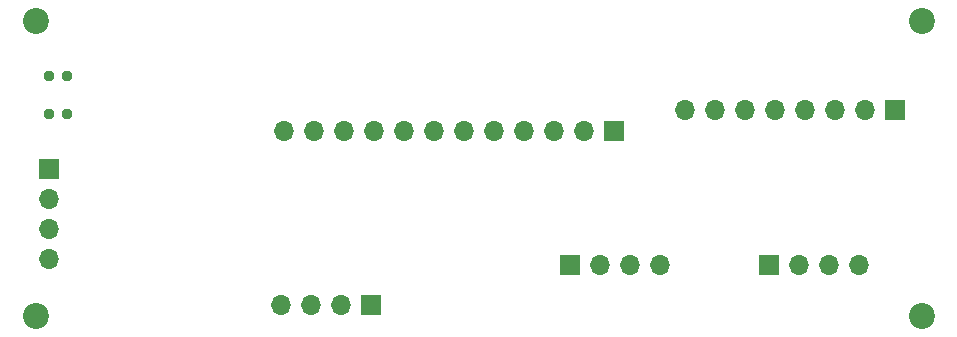
<source format=gbr>
%TF.GenerationSoftware,KiCad,Pcbnew,9.0.2*%
%TF.CreationDate,2025-06-08T01:22:44+05:30*%
%TF.ProjectId,AQEYE-SB-D1,41514559-452d-4534-922d-44312e6b6963,0.1*%
%TF.SameCoordinates,Original*%
%TF.FileFunction,Soldermask,Bot*%
%TF.FilePolarity,Negative*%
%FSLAX46Y46*%
G04 Gerber Fmt 4.6, Leading zero omitted, Abs format (unit mm)*
G04 Created by KiCad (PCBNEW 9.0.2) date 2025-06-08 01:22:44*
%MOMM*%
%LPD*%
G01*
G04 APERTURE LIST*
G04 Aperture macros list*
%AMRoundRect*
0 Rectangle with rounded corners*
0 $1 Rounding radius*
0 $2 $3 $4 $5 $6 $7 $8 $9 X,Y pos of 4 corners*
0 Add a 4 corners polygon primitive as box body*
4,1,4,$2,$3,$4,$5,$6,$7,$8,$9,$2,$3,0*
0 Add four circle primitives for the rounded corners*
1,1,$1+$1,$2,$3*
1,1,$1+$1,$4,$5*
1,1,$1+$1,$6,$7*
1,1,$1+$1,$8,$9*
0 Add four rect primitives between the rounded corners*
20,1,$1+$1,$2,$3,$4,$5,0*
20,1,$1+$1,$4,$5,$6,$7,0*
20,1,$1+$1,$6,$7,$8,$9,0*
20,1,$1+$1,$8,$9,$2,$3,0*%
G04 Aperture macros list end*
%ADD10C,2.200000*%
%ADD11R,1.700000X1.700000*%
%ADD12O,1.700000X1.700000*%
%ADD13RoundRect,0.476600X-0.000010X-0.000010X0.000010X-0.000010X0.000010X0.000010X-0.000010X0.000010X0*%
G04 APERTURE END LIST*
D10*
X77500000Y2500000D03*
X77500000Y27500000D03*
D11*
X47742500Y6824999D03*
D12*
X50282500Y6824999D03*
X52822499Y6824999D03*
X55362500Y6824999D03*
D10*
X2500000Y2500000D03*
D11*
X64542500Y6824999D03*
D12*
X67082500Y6824999D03*
X69622499Y6824999D03*
X72162500Y6824999D03*
D10*
X2500000Y27500000D03*
D11*
X75270000Y19925000D03*
D12*
X72730000Y19925000D03*
X70190001Y19925000D03*
X67650000Y19925000D03*
X65110000Y19925000D03*
X62570000Y19925000D03*
X60030000Y19925000D03*
X57489999Y19925000D03*
D11*
X51450000Y18175000D03*
D12*
X48910000Y18175000D03*
X46370001Y18175000D03*
X43830000Y18175000D03*
X41290000Y18175000D03*
X38750000Y18175000D03*
X36210000Y18175000D03*
X33669999Y18175000D03*
X31130000Y18175000D03*
X28590000Y18175000D03*
X26050000Y18175000D03*
X23510001Y18175000D03*
D11*
X30875000Y3424999D03*
D12*
X28335000Y3424999D03*
X25795001Y3424999D03*
X23255000Y3424999D03*
D11*
X3625000Y14975000D03*
D12*
X3625000Y12435000D03*
X3625000Y9895001D03*
X3625000Y7355000D03*
D13*
X5127500Y22822208D03*
X5127500Y19625152D03*
X3627500Y22822208D03*
X3627500Y19625152D03*
M02*

</source>
